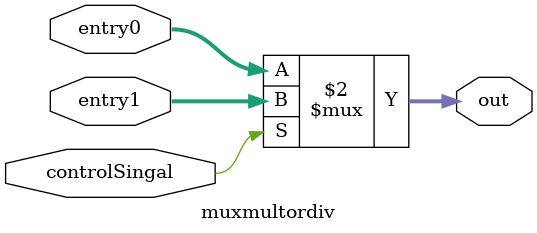
<source format=v>
module muxmultordiv(input wire[31:0]entry0, entry1, input wire controlSingal, output wire [31:0] out);

    assign out = (controlSingal == 1'b0) ? entry0 : entry1;

endmodule
</source>
